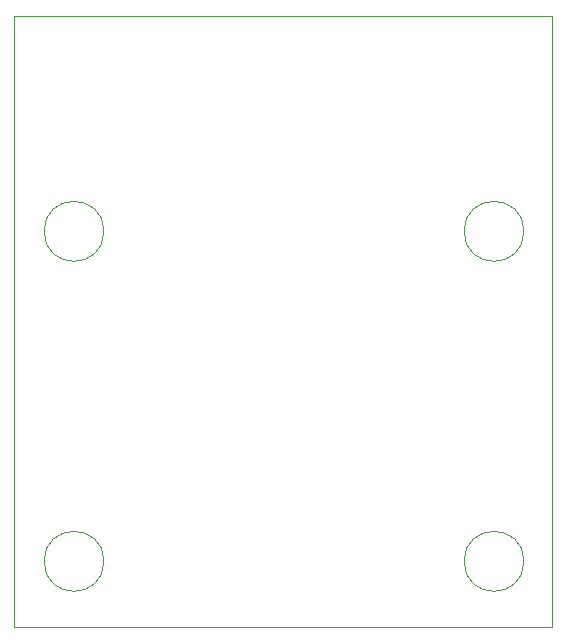
<source format=gm1>
%TF.GenerationSoftware,KiCad,Pcbnew,9.0.5-1.fc42*%
%TF.CreationDate,2025-11-09T17:22:24+08:00*%
%TF.ProjectId,b5s4-XA1541-active,62357334-2d58-4413-9135-34312d616374,1.1*%
%TF.SameCoordinates,Original*%
%TF.FileFunction,Profile,NP*%
%FSLAX46Y46*%
G04 Gerber Fmt 4.6, Leading zero omitted, Abs format (unit mm)*
G04 Created by KiCad (PCBNEW 9.0.5-1.fc42) date 2025-11-09 17:22:24*
%MOMM*%
%LPD*%
G01*
G04 APERTURE LIST*
%TA.AperFunction,Profile*%
%ADD10C,0.050000*%
%TD*%
G04 APERTURE END LIST*
D10*
X104140000Y-121920000D02*
G75*
G02*
X99060000Y-121920000I-2540000J0D01*
G01*
X99060000Y-121920000D02*
G75*
G02*
X104140000Y-121920000I2540000J0D01*
G01*
X96501581Y-75708736D02*
X142090244Y-75708736D01*
X142090244Y-127513101D01*
X96501581Y-127513101D01*
X96501581Y-75708736D01*
X139700000Y-121920000D02*
G75*
G02*
X134620000Y-121920000I-2540000J0D01*
G01*
X134620000Y-121920000D02*
G75*
G02*
X139700000Y-121920000I2540000J0D01*
G01*
X139700000Y-93980000D02*
G75*
G02*
X134620000Y-93980000I-2540000J0D01*
G01*
X134620000Y-93980000D02*
G75*
G02*
X139700000Y-93980000I2540000J0D01*
G01*
X104140000Y-93980000D02*
G75*
G02*
X99060000Y-93980000I-2540000J0D01*
G01*
X99060000Y-93980000D02*
G75*
G02*
X104140000Y-93980000I2540000J0D01*
G01*
M02*

</source>
